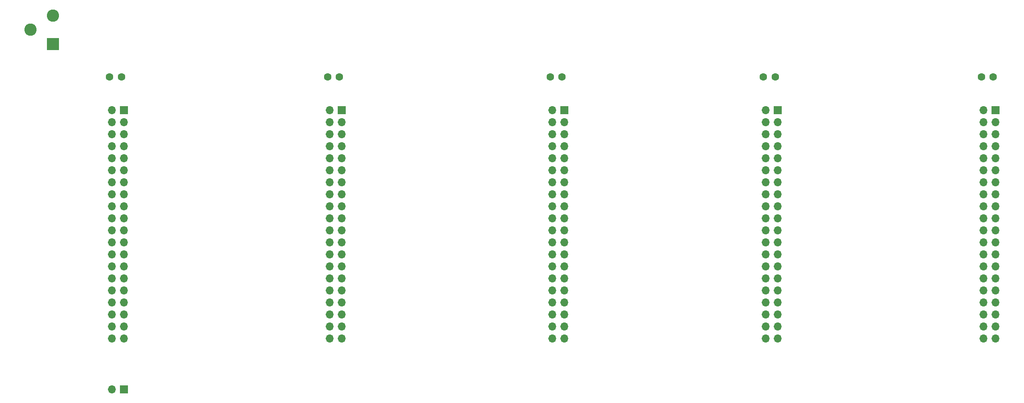
<source format=gbs>
G04 #@! TF.GenerationSoftware,KiCad,Pcbnew,(5.1.12)-1*
G04 #@! TF.CreationDate,2022-10-05T17:50:00-05:00*
G04 #@! TF.ProjectId,motherboard,6d6f7468-6572-4626-9f61-72642e6b6963,rev?*
G04 #@! TF.SameCoordinates,Original*
G04 #@! TF.FileFunction,Soldermask,Bot*
G04 #@! TF.FilePolarity,Negative*
%FSLAX46Y46*%
G04 Gerber Fmt 4.6, Leading zero omitted, Abs format (unit mm)*
G04 Created by KiCad (PCBNEW (5.1.12)-1) date 2022-10-05 17:50:00*
%MOMM*%
%LPD*%
G01*
G04 APERTURE LIST*
%ADD10O,1.700000X1.700000*%
%ADD11R,1.700000X1.700000*%
%ADD12C,1.600000*%
%ADD13R,2.600000X2.600000*%
%ADD14C,2.600000*%
G04 APERTURE END LIST*
D10*
X232460000Y-105260000D03*
X235000000Y-105260000D03*
X232460000Y-102720000D03*
X235000000Y-102720000D03*
X232460000Y-100180000D03*
X235000000Y-100180000D03*
X232460000Y-97640000D03*
X235000000Y-97640000D03*
X232460000Y-95100000D03*
X235000000Y-95100000D03*
X232460000Y-92560000D03*
X235000000Y-92560000D03*
X232460000Y-90020000D03*
X235000000Y-90020000D03*
X232460000Y-87480000D03*
X235000000Y-87480000D03*
X232460000Y-84940000D03*
X235000000Y-84940000D03*
X232460000Y-82400000D03*
X235000000Y-82400000D03*
X232460000Y-79860000D03*
X235000000Y-79860000D03*
X232460000Y-77320000D03*
X235000000Y-77320000D03*
X232460000Y-74780000D03*
X235000000Y-74780000D03*
X232460000Y-72240000D03*
X235000000Y-72240000D03*
X232460000Y-69700000D03*
X235000000Y-69700000D03*
X232460000Y-67160000D03*
X235000000Y-67160000D03*
X232460000Y-64620000D03*
X235000000Y-64620000D03*
X232460000Y-62080000D03*
X235000000Y-62080000D03*
X232460000Y-59540000D03*
X235000000Y-59540000D03*
X232460000Y-57000000D03*
D11*
X235000000Y-57000000D03*
D10*
X186460000Y-105260000D03*
X189000000Y-105260000D03*
X186460000Y-102720000D03*
X189000000Y-102720000D03*
X186460000Y-100180000D03*
X189000000Y-100180000D03*
X186460000Y-97640000D03*
X189000000Y-97640000D03*
X186460000Y-95100000D03*
X189000000Y-95100000D03*
X186460000Y-92560000D03*
X189000000Y-92560000D03*
X186460000Y-90020000D03*
X189000000Y-90020000D03*
X186460000Y-87480000D03*
X189000000Y-87480000D03*
X186460000Y-84940000D03*
X189000000Y-84940000D03*
X186460000Y-82400000D03*
X189000000Y-82400000D03*
X186460000Y-79860000D03*
X189000000Y-79860000D03*
X186460000Y-77320000D03*
X189000000Y-77320000D03*
X186460000Y-74780000D03*
X189000000Y-74780000D03*
X186460000Y-72240000D03*
X189000000Y-72240000D03*
X186460000Y-69700000D03*
X189000000Y-69700000D03*
X186460000Y-67160000D03*
X189000000Y-67160000D03*
X186460000Y-64620000D03*
X189000000Y-64620000D03*
X186460000Y-62080000D03*
X189000000Y-62080000D03*
X186460000Y-59540000D03*
X189000000Y-59540000D03*
X186460000Y-57000000D03*
D11*
X189000000Y-57000000D03*
D10*
X141460000Y-105260000D03*
X144000000Y-105260000D03*
X141460000Y-102720000D03*
X144000000Y-102720000D03*
X141460000Y-100180000D03*
X144000000Y-100180000D03*
X141460000Y-97640000D03*
X144000000Y-97640000D03*
X141460000Y-95100000D03*
X144000000Y-95100000D03*
X141460000Y-92560000D03*
X144000000Y-92560000D03*
X141460000Y-90020000D03*
X144000000Y-90020000D03*
X141460000Y-87480000D03*
X144000000Y-87480000D03*
X141460000Y-84940000D03*
X144000000Y-84940000D03*
X141460000Y-82400000D03*
X144000000Y-82400000D03*
X141460000Y-79860000D03*
X144000000Y-79860000D03*
X141460000Y-77320000D03*
X144000000Y-77320000D03*
X141460000Y-74780000D03*
X144000000Y-74780000D03*
X141460000Y-72240000D03*
X144000000Y-72240000D03*
X141460000Y-69700000D03*
X144000000Y-69700000D03*
X141460000Y-67160000D03*
X144000000Y-67160000D03*
X141460000Y-64620000D03*
X144000000Y-64620000D03*
X141460000Y-62080000D03*
X144000000Y-62080000D03*
X141460000Y-59540000D03*
X144000000Y-59540000D03*
X141460000Y-57000000D03*
D11*
X144000000Y-57000000D03*
D10*
X94460000Y-105260000D03*
X97000000Y-105260000D03*
X94460000Y-102720000D03*
X97000000Y-102720000D03*
X94460000Y-100180000D03*
X97000000Y-100180000D03*
X94460000Y-97640000D03*
X97000000Y-97640000D03*
X94460000Y-95100000D03*
X97000000Y-95100000D03*
X94460000Y-92560000D03*
X97000000Y-92560000D03*
X94460000Y-90020000D03*
X97000000Y-90020000D03*
X94460000Y-87480000D03*
X97000000Y-87480000D03*
X94460000Y-84940000D03*
X97000000Y-84940000D03*
X94460000Y-82400000D03*
X97000000Y-82400000D03*
X94460000Y-79860000D03*
X97000000Y-79860000D03*
X94460000Y-77320000D03*
X97000000Y-77320000D03*
X94460000Y-74780000D03*
X97000000Y-74780000D03*
X94460000Y-72240000D03*
X97000000Y-72240000D03*
X94460000Y-69700000D03*
X97000000Y-69700000D03*
X94460000Y-67160000D03*
X97000000Y-67160000D03*
X94460000Y-64620000D03*
X97000000Y-64620000D03*
X94460000Y-62080000D03*
X97000000Y-62080000D03*
X94460000Y-59540000D03*
X97000000Y-59540000D03*
X94460000Y-57000000D03*
D11*
X97000000Y-57000000D03*
D10*
X48460000Y-105260000D03*
X51000000Y-105260000D03*
X48460000Y-102720000D03*
X51000000Y-102720000D03*
X48460000Y-100180000D03*
X51000000Y-100180000D03*
X48460000Y-97640000D03*
X51000000Y-97640000D03*
X48460000Y-95100000D03*
X51000000Y-95100000D03*
X48460000Y-92560000D03*
X51000000Y-92560000D03*
X48460000Y-90020000D03*
X51000000Y-90020000D03*
X48460000Y-87480000D03*
X51000000Y-87480000D03*
X48460000Y-84940000D03*
X51000000Y-84940000D03*
X48460000Y-82400000D03*
X51000000Y-82400000D03*
X48460000Y-79860000D03*
X51000000Y-79860000D03*
X48460000Y-77320000D03*
X51000000Y-77320000D03*
X48460000Y-74780000D03*
X51000000Y-74780000D03*
X48460000Y-72240000D03*
X51000000Y-72240000D03*
X48460000Y-69700000D03*
X51000000Y-69700000D03*
X48460000Y-67160000D03*
X51000000Y-67160000D03*
X48460000Y-64620000D03*
X51000000Y-64620000D03*
X48460000Y-62080000D03*
X51000000Y-62080000D03*
X48460000Y-59540000D03*
X51000000Y-59540000D03*
X48460000Y-57000000D03*
D11*
X51000000Y-57000000D03*
D12*
X232000000Y-50000000D03*
X234500000Y-50000000D03*
X96500000Y-50000000D03*
X94000000Y-50000000D03*
X186000000Y-50000000D03*
X188500000Y-50000000D03*
X143500000Y-50000000D03*
X141000000Y-50000000D03*
X48000000Y-50000000D03*
X50500000Y-50000000D03*
D13*
X36000000Y-43000000D03*
D14*
X36000000Y-37000000D03*
X31300000Y-40000000D03*
D11*
X51000000Y-116000000D03*
D10*
X48460000Y-116000000D03*
M02*

</source>
